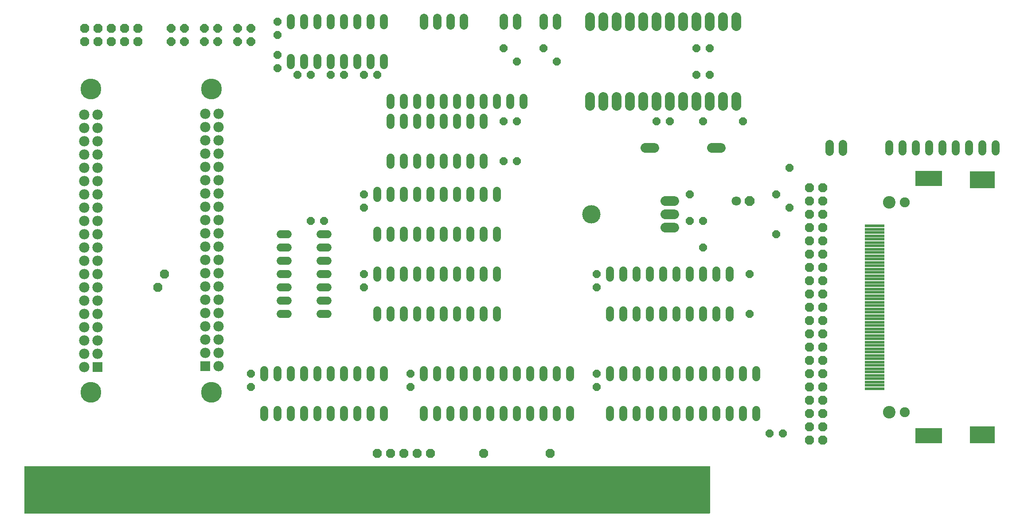
<source format=gts>
G04 EAGLE Gerber RS-274X export*
G75*
%MOMM*%
%FSLAX34Y34*%
%LPD*%
%INSoldermask Top*%
%IPPOS*%
%AMOC8*
5,1,8,0,0,1.08239X$1,22.5*%
G01*
%ADD10R,1.983200X7.823200*%
%ADD11C,1.524000*%
%ADD12P,1.869504X8X22.500000*%
%ADD13C,1.625600*%
%ADD14P,1.649562X8X22.500000*%
%ADD15P,1.649562X8X112.500000*%
%ADD16R,1.981200X1.981200*%
%ADD17C,1.981200*%
%ADD18C,3.969200*%
%ADD19P,1.951982X8X22.500000*%
%ADD20C,1.803400*%
%ADD21P,1.649562X8X292.500000*%
%ADD22P,1.649562X8X202.500000*%
%ADD23C,1.853200*%
%ADD24C,1.879600*%
%ADD25P,1.759533X8X22.500000*%
%ADD26C,3.505200*%
%ADD27R,3.703200X0.603200*%
%ADD28R,5.050000X2.850000*%
%ADD29C,1.903200*%
%ADD30C,2.403200*%
%ADD31P,1.869504X8X292.500000*%
%ADD32R,4.699000X3.200400*%

G36*
X1308120Y-758D02*
X1308120Y-758D01*
X1308139Y-760D01*
X1308241Y-738D01*
X1308343Y-722D01*
X1308360Y-712D01*
X1308380Y-708D01*
X1308469Y-655D01*
X1308560Y-606D01*
X1308574Y-592D01*
X1308591Y-582D01*
X1308658Y-503D01*
X1308730Y-428D01*
X1308738Y-410D01*
X1308751Y-395D01*
X1308790Y-299D01*
X1308833Y-205D01*
X1308835Y-185D01*
X1308843Y-167D01*
X1308861Y0D01*
X1308861Y88900D01*
X1308858Y88920D01*
X1308860Y88939D01*
X1308838Y89041D01*
X1308822Y89143D01*
X1308812Y89160D01*
X1308808Y89180D01*
X1308755Y89269D01*
X1308706Y89360D01*
X1308692Y89374D01*
X1308682Y89391D01*
X1308603Y89458D01*
X1308528Y89530D01*
X1308510Y89538D01*
X1308495Y89551D01*
X1308399Y89590D01*
X1308305Y89633D01*
X1308285Y89635D01*
X1308267Y89643D01*
X1308100Y89661D01*
X0Y89661D01*
X-20Y89658D01*
X-39Y89660D01*
X-141Y89638D01*
X-243Y89622D01*
X-260Y89612D01*
X-280Y89608D01*
X-369Y89555D01*
X-460Y89506D01*
X-474Y89492D01*
X-491Y89482D01*
X-558Y89403D01*
X-630Y89328D01*
X-638Y89310D01*
X-651Y89295D01*
X-690Y89199D01*
X-733Y89105D01*
X-735Y89085D01*
X-743Y89067D01*
X-761Y88900D01*
X-761Y0D01*
X-758Y-20D01*
X-760Y-39D01*
X-738Y-141D01*
X-722Y-243D01*
X-712Y-260D01*
X-708Y-280D01*
X-655Y-369D01*
X-606Y-460D01*
X-592Y-474D01*
X-582Y-491D01*
X-503Y-558D01*
X-428Y-630D01*
X-410Y-638D01*
X-395Y-651D01*
X-299Y-690D01*
X-205Y-733D01*
X-185Y-735D01*
X-167Y-743D01*
X0Y-761D01*
X1308100Y-761D01*
X1308120Y-758D01*
G37*
D10*
X33380Y40872D03*
X58780Y40872D03*
X84180Y40872D03*
X109580Y40872D03*
X134980Y40872D03*
X160380Y40872D03*
X185780Y40872D03*
X211180Y40872D03*
X236580Y40872D03*
X261980Y40872D03*
X287380Y40872D03*
X312780Y40872D03*
X338180Y40872D03*
X363580Y40872D03*
X388980Y40872D03*
X414380Y40872D03*
X439780Y40872D03*
X465180Y40872D03*
X490580Y40872D03*
X515980Y40872D03*
X541380Y40872D03*
X566780Y40872D03*
X592180Y40872D03*
X617580Y40872D03*
X642980Y40872D03*
X668380Y40872D03*
X693780Y40872D03*
X719180Y40872D03*
X744580Y40872D03*
X769980Y40872D03*
X795380Y40872D03*
X820780Y40872D03*
X846180Y40872D03*
X871580Y40872D03*
X896980Y40872D03*
X922380Y40872D03*
X947780Y40872D03*
X973180Y40872D03*
X998580Y40872D03*
X1023980Y40872D03*
X1049380Y40872D03*
X1074780Y40872D03*
X1100180Y40872D03*
X1125580Y40872D03*
X1150980Y40872D03*
X1176380Y40872D03*
X1201780Y40872D03*
X1227180Y40872D03*
X1252580Y40872D03*
X1277980Y40872D03*
D11*
X762000Y183896D02*
X762000Y197104D01*
X787400Y197104D02*
X787400Y183896D01*
X812800Y183896D02*
X812800Y197104D01*
X838200Y197104D02*
X838200Y183896D01*
X863600Y183896D02*
X863600Y197104D01*
X889000Y197104D02*
X889000Y183896D01*
X914400Y183896D02*
X914400Y197104D01*
X939800Y197104D02*
X939800Y183896D01*
X965200Y183896D02*
X965200Y197104D01*
X990600Y197104D02*
X990600Y183896D01*
X1016000Y183896D02*
X1016000Y197104D01*
X1041400Y197104D02*
X1041400Y183896D01*
X1041400Y260096D02*
X1041400Y273304D01*
X1016000Y273304D02*
X1016000Y260096D01*
X990600Y260096D02*
X990600Y273304D01*
X965200Y273304D02*
X965200Y260096D01*
X939800Y260096D02*
X939800Y273304D01*
X914400Y273304D02*
X914400Y260096D01*
X889000Y260096D02*
X889000Y273304D01*
X863600Y273304D02*
X863600Y260096D01*
X838200Y260096D02*
X838200Y273304D01*
X812800Y273304D02*
X812800Y260096D01*
X787400Y260096D02*
X787400Y273304D01*
X762000Y273304D02*
X762000Y260096D01*
D12*
X876300Y114300D03*
D13*
X939800Y932688D02*
X939800Y946912D01*
X914400Y946912D02*
X914400Y932688D01*
X1016000Y932688D02*
X1016000Y946912D01*
X990600Y946912D02*
X990600Y932688D01*
D14*
X914400Y889000D03*
X990600Y889000D03*
X939800Y863600D03*
X1016000Y863600D03*
D12*
X723900Y114300D03*
X1003300Y114300D03*
X698500Y114300D03*
X749300Y114300D03*
X673100Y114300D03*
X774700Y114300D03*
D11*
X501904Y533400D02*
X488696Y533400D01*
X488696Y508000D02*
X501904Y508000D01*
X501904Y381000D02*
X488696Y381000D01*
X564896Y381000D02*
X578104Y381000D01*
X501904Y482600D02*
X488696Y482600D01*
X488696Y457200D02*
X501904Y457200D01*
X501904Y406400D02*
X488696Y406400D01*
X488696Y431800D02*
X501904Y431800D01*
X564896Y406400D02*
X578104Y406400D01*
X578104Y431800D02*
X564896Y431800D01*
X564896Y457200D02*
X578104Y457200D01*
X578104Y482600D02*
X564896Y482600D01*
X564896Y508000D02*
X578104Y508000D01*
X578104Y533400D02*
X564896Y533400D01*
X698500Y666496D02*
X698500Y679704D01*
X723900Y679704D02*
X723900Y666496D01*
X850900Y666496D02*
X850900Y679704D01*
X876300Y679704D02*
X876300Y666496D01*
X749300Y666496D02*
X749300Y679704D01*
X774700Y679704D02*
X774700Y666496D01*
X825500Y666496D02*
X825500Y679704D01*
X800100Y679704D02*
X800100Y666496D01*
X876300Y742696D02*
X876300Y755904D01*
X850900Y755904D02*
X850900Y742696D01*
X825500Y742696D02*
X825500Y755904D01*
X800100Y755904D02*
X800100Y742696D01*
X774700Y742696D02*
X774700Y755904D01*
X749300Y755904D02*
X749300Y742696D01*
X723900Y742696D02*
X723900Y755904D01*
X698500Y755904D02*
X698500Y742696D01*
D15*
X939800Y673100D03*
X939800Y749300D03*
X914400Y673100D03*
X914400Y749300D03*
D11*
X673100Y540004D02*
X673100Y526796D01*
X698500Y526796D02*
X698500Y540004D01*
X825500Y540004D02*
X825500Y526796D01*
X850900Y526796D02*
X850900Y540004D01*
X723900Y540004D02*
X723900Y526796D01*
X749300Y526796D02*
X749300Y540004D01*
X800100Y540004D02*
X800100Y526796D01*
X774700Y526796D02*
X774700Y540004D01*
X876300Y540004D02*
X876300Y526796D01*
X901700Y526796D02*
X901700Y540004D01*
X901700Y602996D02*
X901700Y616204D01*
X876300Y616204D02*
X876300Y602996D01*
X850900Y602996D02*
X850900Y616204D01*
X825500Y616204D02*
X825500Y602996D01*
X800100Y602996D02*
X800100Y616204D01*
X774700Y616204D02*
X774700Y602996D01*
X749300Y602996D02*
X749300Y616204D01*
X723900Y616204D02*
X723900Y602996D01*
X698500Y602996D02*
X698500Y616204D01*
X673100Y616204D02*
X673100Y602996D01*
D16*
X139000Y279400D03*
D17*
X113600Y279400D03*
X139000Y304800D03*
X113600Y304800D03*
X139000Y330200D03*
X113600Y330200D03*
X139000Y355600D03*
X113600Y355600D03*
X139000Y381000D03*
X113600Y381000D03*
X139000Y406400D03*
X113600Y406400D03*
X139000Y431800D03*
X113600Y431800D03*
X139000Y457200D03*
X113600Y457200D03*
X139000Y482600D03*
X113600Y482600D03*
X139000Y508000D03*
X113600Y508000D03*
X139000Y533400D03*
X113600Y533400D03*
X139000Y558800D03*
X113600Y558800D03*
X139000Y584200D03*
X113600Y584200D03*
X139000Y609600D03*
X113600Y609600D03*
X139000Y635000D03*
X113600Y635000D03*
X139000Y660400D03*
X113600Y660400D03*
X139000Y685800D03*
X113600Y685800D03*
X139000Y711200D03*
X113600Y711200D03*
X139000Y736600D03*
X113600Y736600D03*
X139000Y762000D03*
X113600Y762000D03*
D18*
X356300Y230700D03*
X126300Y230700D03*
X126300Y810700D03*
X356300Y810700D03*
D19*
X1384300Y596900D03*
D20*
X1358900Y596900D03*
D11*
X673100Y387604D02*
X673100Y374396D01*
X698500Y374396D02*
X698500Y387604D01*
X825500Y387604D02*
X825500Y374396D01*
X850900Y374396D02*
X850900Y387604D01*
X723900Y387604D02*
X723900Y374396D01*
X749300Y374396D02*
X749300Y387604D01*
X800100Y387604D02*
X800100Y374396D01*
X774700Y374396D02*
X774700Y387604D01*
X876300Y387604D02*
X876300Y374396D01*
X901700Y374396D02*
X901700Y387604D01*
X901700Y450596D02*
X901700Y463804D01*
X876300Y463804D02*
X876300Y450596D01*
X850900Y450596D02*
X850900Y463804D01*
X825500Y463804D02*
X825500Y450596D01*
X800100Y450596D02*
X800100Y463804D01*
X774700Y463804D02*
X774700Y450596D01*
X749300Y450596D02*
X749300Y463804D01*
X723900Y463804D02*
X723900Y450596D01*
X698500Y450596D02*
X698500Y463804D01*
X673100Y463804D02*
X673100Y450596D01*
D16*
X344660Y280550D03*
D17*
X370060Y280550D03*
X344660Y305950D03*
X370060Y305950D03*
X344660Y331350D03*
X370060Y331350D03*
X344660Y356750D03*
X370060Y356750D03*
X344660Y382150D03*
X370060Y382150D03*
X344660Y407550D03*
X370060Y407550D03*
X344660Y432950D03*
X370060Y432950D03*
X344660Y458350D03*
X370060Y458350D03*
X344660Y483750D03*
X370060Y483750D03*
X344660Y509150D03*
X370060Y509150D03*
X344660Y534550D03*
X370060Y534550D03*
X344660Y559950D03*
X370060Y559950D03*
X344660Y585350D03*
X370060Y585350D03*
X344660Y610750D03*
X370060Y610750D03*
X344660Y636150D03*
X370060Y636150D03*
X344660Y661550D03*
X370060Y661550D03*
X344660Y686950D03*
X370060Y686950D03*
X344660Y712350D03*
X370060Y712350D03*
X344660Y737750D03*
X370060Y737750D03*
X344660Y763150D03*
X370060Y763150D03*
D14*
X1422400Y152400D03*
X1447800Y152400D03*
D21*
X647700Y609600D03*
X647700Y584200D03*
X647700Y457200D03*
X647700Y431800D03*
D22*
X1308100Y889000D03*
X1282700Y889000D03*
D21*
X736600Y266700D03*
X736600Y241300D03*
X1092200Y266700D03*
X1092200Y241300D03*
D23*
X1358900Y931550D02*
X1358900Y948050D01*
X1333500Y948050D02*
X1333500Y931550D01*
X1308100Y931550D02*
X1308100Y948050D01*
X1282700Y948050D02*
X1282700Y931550D01*
X1257300Y931550D02*
X1257300Y948050D01*
X1231900Y948050D02*
X1231900Y931550D01*
X1206500Y931550D02*
X1206500Y948050D01*
X1181100Y948050D02*
X1181100Y931550D01*
X1155700Y931550D02*
X1155700Y948050D01*
X1130300Y948050D02*
X1130300Y931550D01*
X1104900Y931550D02*
X1104900Y948050D01*
X1079500Y948050D02*
X1079500Y931550D01*
X1079500Y795650D02*
X1079500Y779150D01*
X1104900Y779150D02*
X1104900Y795650D01*
X1130300Y795650D02*
X1130300Y779150D01*
X1155700Y779150D02*
X1155700Y795650D01*
X1181100Y795650D02*
X1181100Y779150D01*
X1206500Y779150D02*
X1206500Y795650D01*
X1231900Y795650D02*
X1231900Y779150D01*
X1257300Y779150D02*
X1257300Y795650D01*
X1282700Y795650D02*
X1282700Y779150D01*
X1308100Y779150D02*
X1308100Y795650D01*
X1333500Y795650D02*
X1333500Y779150D01*
X1358900Y779150D02*
X1358900Y795650D01*
D14*
X1295400Y749300D03*
X1371600Y749300D03*
D22*
X1231900Y749300D03*
X1206500Y749300D03*
D24*
X1202182Y698500D02*
X1185418Y698500D01*
X1312418Y698500D02*
X1329182Y698500D01*
D21*
X1092200Y457200D03*
X1092200Y431800D03*
D12*
X254000Y431800D03*
X266700Y457200D03*
D11*
X457200Y197104D02*
X457200Y183896D01*
X482600Y183896D02*
X482600Y197104D01*
X609600Y197104D02*
X609600Y183896D01*
X635000Y183896D02*
X635000Y197104D01*
X508000Y197104D02*
X508000Y183896D01*
X533400Y183896D02*
X533400Y197104D01*
X584200Y197104D02*
X584200Y183896D01*
X558800Y183896D02*
X558800Y197104D01*
X660400Y197104D02*
X660400Y183896D01*
X685800Y183896D02*
X685800Y197104D01*
X685800Y260096D02*
X685800Y273304D01*
X660400Y273304D02*
X660400Y260096D01*
X635000Y260096D02*
X635000Y273304D01*
X609600Y273304D02*
X609600Y260096D01*
X584200Y260096D02*
X584200Y273304D01*
X558800Y273304D02*
X558800Y260096D01*
X533400Y260096D02*
X533400Y273304D01*
X508000Y273304D02*
X508000Y260096D01*
X482600Y260096D02*
X482600Y273304D01*
X457200Y273304D02*
X457200Y260096D01*
D21*
X431800Y266700D03*
X431800Y241300D03*
D11*
X508000Y856996D02*
X508000Y870204D01*
X533400Y870204D02*
X533400Y856996D01*
X660400Y856996D02*
X660400Y870204D01*
X685800Y870204D02*
X685800Y856996D01*
X558800Y856996D02*
X558800Y870204D01*
X584200Y870204D02*
X584200Y856996D01*
X635000Y856996D02*
X635000Y870204D01*
X609600Y870204D02*
X609600Y856996D01*
X685800Y933196D02*
X685800Y946404D01*
X660400Y946404D02*
X660400Y933196D01*
X635000Y933196D02*
X635000Y946404D01*
X609600Y946404D02*
X609600Y933196D01*
X584200Y933196D02*
X584200Y946404D01*
X558800Y946404D02*
X558800Y933196D01*
X533400Y933196D02*
X533400Y946404D01*
X508000Y946404D02*
X508000Y933196D01*
D14*
X520700Y838200D03*
X546100Y838200D03*
X584200Y838200D03*
X609600Y838200D03*
D15*
X482600Y850900D03*
X482600Y876300D03*
D22*
X673100Y838200D03*
X647700Y838200D03*
D15*
X482600Y914400D03*
X482600Y939800D03*
D25*
X279400Y901700D03*
X304800Y901700D03*
X279400Y927100D03*
X304800Y927100D03*
X342900Y901700D03*
X368300Y901700D03*
X342900Y927100D03*
X368300Y927100D03*
X406400Y901700D03*
X431800Y901700D03*
X406400Y927100D03*
X431800Y927100D03*
D12*
X114300Y901700D03*
X139700Y901700D03*
X165100Y901700D03*
X190500Y901700D03*
X215900Y901700D03*
X114300Y927100D03*
X139700Y927100D03*
X165100Y927100D03*
X190500Y927100D03*
X215900Y927100D03*
D11*
X952500Y794004D02*
X952500Y780796D01*
X927100Y780796D02*
X927100Y794004D01*
X901700Y794004D02*
X901700Y780796D01*
X876300Y780796D02*
X876300Y794004D01*
X850900Y794004D02*
X850900Y780796D01*
X825500Y780796D02*
X825500Y794004D01*
X800100Y794004D02*
X800100Y780796D01*
X774700Y780796D02*
X774700Y794004D01*
X749300Y794004D02*
X749300Y780796D01*
X723900Y780796D02*
X723900Y794004D01*
X698500Y794004D02*
X698500Y780796D01*
D24*
X1223518Y546100D02*
X1240282Y546100D01*
X1240282Y571500D02*
X1223518Y571500D01*
X1223518Y596900D02*
X1240282Y596900D01*
D26*
X1082040Y571500D03*
D21*
X1270000Y609600D03*
X1270000Y558800D03*
D15*
X1295400Y508000D03*
X1295400Y558800D03*
D11*
X1117600Y197104D02*
X1117600Y183896D01*
X1143000Y183896D02*
X1143000Y197104D01*
X1168400Y197104D02*
X1168400Y183896D01*
X1193800Y183896D02*
X1193800Y197104D01*
X1219200Y197104D02*
X1219200Y183896D01*
X1244600Y183896D02*
X1244600Y197104D01*
X1270000Y197104D02*
X1270000Y183896D01*
X1295400Y183896D02*
X1295400Y197104D01*
X1320800Y197104D02*
X1320800Y183896D01*
X1346200Y183896D02*
X1346200Y197104D01*
X1371600Y197104D02*
X1371600Y183896D01*
X1397000Y183896D02*
X1397000Y197104D01*
X1397000Y260096D02*
X1397000Y273304D01*
X1371600Y273304D02*
X1371600Y260096D01*
X1346200Y260096D02*
X1346200Y273304D01*
X1320800Y273304D02*
X1320800Y260096D01*
X1295400Y260096D02*
X1295400Y273304D01*
X1270000Y273304D02*
X1270000Y260096D01*
X1244600Y260096D02*
X1244600Y273304D01*
X1219200Y273304D02*
X1219200Y260096D01*
X1193800Y260096D02*
X1193800Y273304D01*
X1168400Y273304D02*
X1168400Y260096D01*
X1143000Y260096D02*
X1143000Y273304D01*
X1117600Y273304D02*
X1117600Y260096D01*
X1117600Y374396D02*
X1117600Y387604D01*
X1143000Y387604D02*
X1143000Y374396D01*
X1270000Y374396D02*
X1270000Y387604D01*
X1295400Y387604D02*
X1295400Y374396D01*
X1168400Y374396D02*
X1168400Y387604D01*
X1193800Y387604D02*
X1193800Y374396D01*
X1244600Y374396D02*
X1244600Y387604D01*
X1219200Y387604D02*
X1219200Y374396D01*
X1320800Y374396D02*
X1320800Y387604D01*
X1346200Y387604D02*
X1346200Y374396D01*
X1346200Y450596D02*
X1346200Y463804D01*
X1320800Y463804D02*
X1320800Y450596D01*
X1295400Y450596D02*
X1295400Y463804D01*
X1270000Y463804D02*
X1270000Y450596D01*
X1244600Y450596D02*
X1244600Y463804D01*
X1219200Y463804D02*
X1219200Y450596D01*
X1193800Y450596D02*
X1193800Y463804D01*
X1168400Y463804D02*
X1168400Y450596D01*
X1143000Y450596D02*
X1143000Y463804D01*
X1117600Y463804D02*
X1117600Y450596D01*
D27*
X1622900Y238125D03*
X1622900Y250825D03*
X1622900Y263525D03*
X1622900Y276225D03*
X1622900Y288925D03*
X1622900Y301625D03*
X1622900Y314325D03*
X1622900Y327025D03*
X1622900Y339725D03*
X1622900Y352425D03*
X1622900Y365125D03*
X1622900Y377825D03*
X1622900Y390525D03*
X1622900Y403225D03*
X1622900Y415925D03*
X1622900Y428625D03*
X1622900Y441325D03*
X1622900Y454025D03*
X1622900Y466725D03*
X1622900Y479425D03*
X1622900Y492125D03*
X1622900Y504825D03*
X1622900Y517525D03*
X1622900Y530225D03*
X1622900Y542925D03*
X1622900Y244475D03*
X1622900Y257175D03*
X1622900Y269875D03*
X1622900Y282575D03*
X1622900Y295275D03*
X1622900Y307975D03*
X1622900Y320675D03*
X1622900Y333375D03*
X1622900Y346075D03*
X1622900Y358775D03*
X1622900Y371475D03*
X1622900Y384175D03*
X1622900Y396875D03*
X1622900Y409575D03*
X1622900Y422275D03*
X1622900Y434975D03*
X1622900Y447675D03*
X1622900Y460375D03*
X1622900Y473075D03*
X1622900Y485775D03*
X1622900Y498475D03*
X1622900Y511175D03*
X1622900Y523875D03*
X1622900Y536575D03*
X1622900Y549275D03*
D28*
X1726250Y147700D03*
X1726500Y639700D03*
D29*
X1681000Y192900D03*
X1681000Y594500D03*
D30*
X1651000Y192900D03*
X1651000Y594500D03*
D15*
X1460500Y584200D03*
X1460500Y660400D03*
X1435100Y533400D03*
X1435100Y609600D03*
D21*
X1384300Y457200D03*
X1384300Y381000D03*
D31*
X1498600Y622300D03*
X1498600Y596900D03*
X1498600Y571500D03*
X1498600Y546100D03*
X1498600Y520700D03*
X1498600Y495300D03*
X1524000Y622300D03*
X1524000Y596900D03*
X1524000Y571500D03*
X1524000Y546100D03*
X1524000Y520700D03*
X1524000Y495300D03*
X1498600Y469900D03*
X1524000Y469900D03*
X1498600Y444500D03*
X1498600Y419100D03*
X1498600Y393700D03*
X1498600Y368300D03*
X1498600Y342900D03*
X1498600Y317500D03*
X1524000Y444500D03*
X1524000Y419100D03*
X1524000Y393700D03*
X1524000Y368300D03*
X1524000Y342900D03*
X1524000Y317500D03*
X1498600Y292100D03*
X1524000Y292100D03*
X1498600Y266700D03*
X1498600Y241300D03*
X1498600Y215900D03*
X1498600Y190500D03*
X1498600Y165100D03*
X1498600Y139700D03*
X1524000Y266700D03*
X1524000Y241300D03*
X1524000Y215900D03*
X1524000Y190500D03*
X1524000Y165100D03*
X1524000Y139700D03*
D13*
X1562100Y691388D02*
X1562100Y705612D01*
X1536700Y705612D02*
X1536700Y691388D01*
D22*
X571500Y558800D03*
X546100Y558800D03*
D32*
X1828800Y637540D03*
X1828800Y149860D03*
D13*
X762000Y932688D02*
X762000Y946912D01*
X787400Y946912D02*
X787400Y932688D01*
X812800Y932688D02*
X812800Y946912D01*
X838200Y946912D02*
X838200Y932688D01*
D11*
X1651000Y705104D02*
X1651000Y691896D01*
X1676400Y691896D02*
X1676400Y705104D01*
X1701800Y705104D02*
X1701800Y691896D01*
X1727200Y691896D02*
X1727200Y705104D01*
X1752600Y705104D02*
X1752600Y691896D01*
X1778000Y691896D02*
X1778000Y705104D01*
X1803400Y705104D02*
X1803400Y691896D01*
X1828800Y691896D02*
X1828800Y705104D01*
X1854200Y705104D02*
X1854200Y691896D01*
D22*
X1308100Y838200D03*
X1282700Y838200D03*
M02*

</source>
